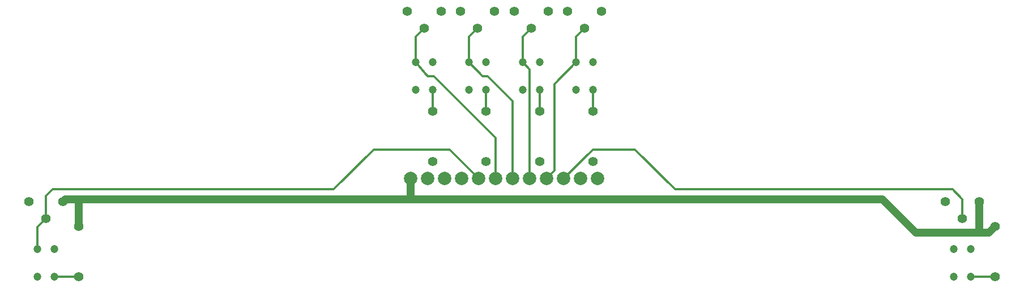
<source format=gbl>
G71*G90*G75*D02*
%ASAXBY*OFA0B0*MOMM*FSLAX44Y44*IPPOS*%
%ADD13C,0.300*%
%ADD16C,1.200*%
%ADD17C,1.400*%
%ADD19C,2.000*%
G54D19*
G01X1880700Y1421500D03*
X1906100D03*
X1931500D03*
X1956900D03*
X1982300D03*
X2007700D03*
X2033100D03*
X2058500D03*
X2083900D03*
X2109300D03*
G54D16*
X1322700Y1274500D03*
Y1315500D03*
X1297300Y1274500D03*
Y1315500D03*
X2692700Y1274500D03*
Y1315500D03*
X2667300Y1274500D03*
Y1315500D03*
X2560000Y1390000D02*
X2610000Y1340000D01*
G54D19*
X2134700Y1421500D03*
X1855300D03*
G54D16*
Y1390000D01*
G54D13*
X1800000Y1465000D02*
X1740000Y1405000D01*
X1320000D01*
X2250000D02*
X2665000D01*
G54D16*
X2047700Y1554500D03*
Y1595500D03*
X2022300Y1554500D03*
Y1595500D03*
G54D13*
X2047700Y1554500D02*
Y1522000D01*
G54D17*
D03*
Y1447000D03*
G54D16*
X2127700Y1554500D03*
Y1595500D03*
X2102300Y1554500D03*
Y1595500D03*
G54D13*
X2127700Y1554500D02*
Y1522000D01*
G54D17*
D03*
Y1447000D03*
G54D16*
X1967700Y1554500D03*
Y1595500D03*
X1942300Y1554500D03*
Y1595500D03*
G54D13*
X1967700Y1554500D02*
Y1522000D01*
G54D17*
D03*
Y1447000D03*
G54D16*
X1887700Y1554500D03*
Y1595500D03*
X1862300Y1554500D03*
Y1595500D03*
G54D13*
X1887700Y1554500D02*
Y1522000D01*
G54D17*
D03*
Y1447000D03*
G54D13*
X1956900Y1421500D02*
X1913400Y1465000D01*
X1800000D01*
X1862300Y1595500D02*
X1880000Y1575000D01*
X1890000D01*
X1982300Y1482700D01*
Y1421500D02*
Y1482700D01*
X1942300Y1595500D02*
X1962800Y1575000D01*
X2007700Y1537300D02*
Y1421500D01*
X1970000Y1575000D02*
X2007700Y1537300D01*
X1962800Y1575000D02*
X1970000D01*
X2033100Y1421500D02*
Y1584700D01*
X2022300Y1595500D01*
X2070000Y1563200D02*
X2102300Y1595500D01*
X2058500Y1421500D02*
X2070000Y1433000D01*
Y1563200D01*
X2190000Y1465000D02*
X2250000Y1405000D01*
X2127400Y1465000D02*
X2190000D01*
X2083900Y1421500D02*
X2127400Y1465000D01*
G54D17*
X1875000Y1646400D03*
X1849600Y1671800D03*
X1900400D03*
X1955000Y1646400D03*
X1929600Y1671800D03*
X1980400D03*
X2035000Y1646400D03*
X2009600Y1671800D03*
X2060400D03*
X2115000Y1646400D03*
X2089600Y1671800D03*
X2140400D03*
G54D13*
X2102300Y1595500D02*
Y1633700D01*
X2115000Y1646400D01*
X2022300Y1595500D02*
Y1633700D01*
X2035000Y1646400D01*
X1942300Y1595500D02*
Y1633700D01*
X1955000Y1646400D01*
X1862300Y1595500D02*
Y1633700D01*
X1875000Y1646400D01*
G54D17*
X2729000Y1274500D03*
Y1349500D03*
G54D13*
X2692700Y1274500D02*
X2729000D01*
G54D16*
X2719500Y1340000D02*
X2729000Y1349500D01*
X2610000Y1340000D02*
X2719500D01*
G54D17*
X2680000Y1361400D03*
X2654600Y1386800D03*
X2705400D03*
G54D16*
Y1340000D01*
G54D13*
X2665000Y1405000D02*
X2680000Y1390000D01*
Y1361400D01*
G54D17*
X1359000Y1274500D03*
Y1349500D03*
G54D13*
X1322700Y1274500D02*
X1359000D01*
G54D16*
Y1349500D02*
Y1390000D01*
G54D17*
X1310000Y1361400D03*
X1284600Y1386800D03*
X1335400D03*
G54D13*
X1297300Y1315500D02*
Y1348700D01*
X1310000Y1361400D01*
X1320000Y1405000D02*
X1310000Y1395000D01*
Y1361400D01*
G54D16*
X2560000Y1390000D02*
X1338600D01*
X1335400Y1386800D01*
G01X0Y0D02*
M02*

</source>
